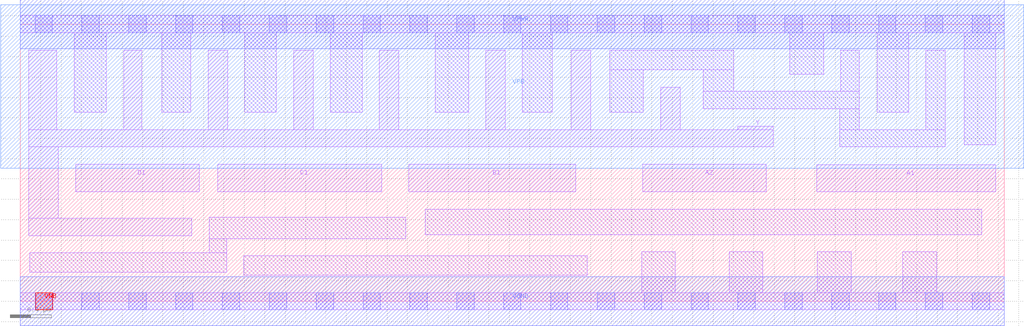
<source format=lef>
# Copyright 2020 The SkyWater PDK Authors
#
# Licensed under the Apache License, Version 2.0 (the "License");
# you may not use this file except in compliance with the License.
# You may obtain a copy of the License at
#
#     https://www.apache.org/licenses/LICENSE-2.0
#
# Unless required by applicable law or agreed to in writing, software
# distributed under the License is distributed on an "AS IS" BASIS,
# WITHOUT WARRANTIES OR CONDITIONS OF ANY KIND, either express or implied.
# See the License for the specific language governing permissions and
# limitations under the License.
#
# SPDX-License-Identifier: Apache-2.0

VERSION 5.7 ;
  NOWIREEXTENSIONATPIN ON ;
  DIVIDERCHAR "/" ;
  BUSBITCHARS "[]" ;
MACRO sky130_fd_sc_hd__o2111ai_4
  CLASS CORE ;
  FOREIGN sky130_fd_sc_hd__o2111ai_4 ;
  ORIGIN  0.000000  0.000000 ;
  SIZE  9.660000 BY  2.720000 ;
  SYMMETRY X Y R90 ;
  SITE unithd ;
  PIN A1
    ANTENNAGATEAREA  0.990000 ;
    DIRECTION INPUT ;
    USE SIGNAL ;
    PORT
      LAYER li1 ;
        RECT 7.820000 1.075000 9.575000 1.340000 ;
    END
  END A1
  PIN A2
    ANTENNAGATEAREA  0.990000 ;
    DIRECTION INPUT ;
    USE SIGNAL ;
    PORT
      LAYER li1 ;
        RECT 6.110000 1.075000 7.325000 1.345000 ;
    END
  END A2
  PIN B1
    ANTENNAGATEAREA  0.990000 ;
    DIRECTION INPUT ;
    USE SIGNAL ;
    PORT
      LAYER li1 ;
        RECT 3.815000 1.075000 5.455000 1.345000 ;
    END
  END B1
  PIN C1
    ANTENNAGATEAREA  0.990000 ;
    DIRECTION INPUT ;
    USE SIGNAL ;
    PORT
      LAYER li1 ;
        RECT 1.940000 1.075000 3.550000 1.345000 ;
    END
  END C1
  PIN D1
    ANTENNAGATEAREA  0.990000 ;
    DIRECTION INPUT ;
    USE SIGNAL ;
    PORT
      LAYER li1 ;
        RECT 0.545000 1.075000 1.755000 1.345000 ;
    END
  END D1
  PIN VNB
    PORT
      LAYER pwell ;
        RECT 0.150000 -0.085000 0.320000 0.085000 ;
    END
  END VNB
  PIN VPB
    PORT
      LAYER nwell ;
        RECT -0.190000 1.305000 9.850000 2.910000 ;
    END
  END VPB
  PIN Y
    ANTENNADIFFAREA  2.984350 ;
    DIRECTION OUTPUT ;
    USE SIGNAL ;
    PORT
      LAYER li1 ;
        RECT 0.085000 0.645000 1.685000 0.815000 ;
        RECT 0.085000 0.815000 0.375000 1.515000 ;
        RECT 0.085000 1.515000 7.390000 1.685000 ;
        RECT 0.085000 1.685000 0.360000 2.465000 ;
        RECT 1.015000 1.685000 1.195000 2.465000 ;
        RECT 1.845000 1.685000 2.035000 2.465000 ;
        RECT 2.685000 1.685000 2.875000 2.465000 ;
        RECT 3.525000 1.685000 3.715000 2.465000 ;
        RECT 4.570000 1.685000 4.760000 2.465000 ;
        RECT 5.410000 1.685000 5.600000 2.465000 ;
        RECT 6.285000 1.685000 6.480000 2.100000 ;
        RECT 7.045000 1.685000 7.390000 1.720000 ;
    END
  END Y
  PIN VGND
    DIRECTION INOUT ;
    SHAPE ABUTMENT ;
    USE GROUND ;
    PORT
      LAYER met1 ;
        RECT 0.000000 -0.240000 9.660000 0.240000 ;
    END
  END VGND
  PIN VPWR
    DIRECTION INOUT ;
    SHAPE ABUTMENT ;
    USE POWER ;
    PORT
      LAYER met1 ;
        RECT 0.000000 2.480000 9.660000 2.960000 ;
    END
  END VPWR
  OBS
    LAYER li1 ;
      RECT 0.000000 -0.085000 9.660000 0.085000 ;
      RECT 0.000000  2.635000 9.660000 2.805000 ;
      RECT 0.095000  0.285000 2.025000 0.475000 ;
      RECT 0.530000  1.855000 0.845000 2.635000 ;
      RECT 1.390000  1.855000 1.675000 2.635000 ;
      RECT 1.855000  0.475000 2.025000 0.615000 ;
      RECT 1.855000  0.615000 3.785000 0.825000 ;
      RECT 2.195000  0.255000 5.565000 0.445000 ;
      RECT 2.205000  1.855000 2.515000 2.635000 ;
      RECT 3.045000  1.855000 3.355000 2.635000 ;
      RECT 3.975000  0.655000 9.440000 0.905000 ;
      RECT 4.075000  1.855000 4.400000 2.635000 ;
      RECT 4.930000  1.855000 5.220000 2.635000 ;
      RECT 5.785000  1.855000 6.115000 2.270000 ;
      RECT 5.785000  2.270000 7.005000 2.465000 ;
      RECT 6.100000  0.085000 6.430000 0.485000 ;
      RECT 6.705000  1.890000 8.235000 2.060000 ;
      RECT 6.705000  2.060000 7.005000 2.270000 ;
      RECT 6.960000  0.085000 7.290000 0.485000 ;
      RECT 7.555000  2.230000 7.885000 2.635000 ;
      RECT 7.825000  0.085000 8.155000 0.485000 ;
      RECT 8.045000  1.515000 9.080000 1.685000 ;
      RECT 8.045000  1.685000 8.235000 1.890000 ;
      RECT 8.055000  2.060000 8.235000 2.465000 ;
      RECT 8.410000  1.855000 8.720000 2.635000 ;
      RECT 8.665000  0.085000 8.995000 0.485000 ;
      RECT 8.890000  1.685000 9.080000 2.465000 ;
      RECT 9.265000  1.535000 9.575000 2.635000 ;
    LAYER mcon ;
      RECT 0.145000 -0.085000 0.315000 0.085000 ;
      RECT 0.145000  2.635000 0.315000 2.805000 ;
      RECT 0.605000 -0.085000 0.775000 0.085000 ;
      RECT 0.605000  2.635000 0.775000 2.805000 ;
      RECT 1.065000 -0.085000 1.235000 0.085000 ;
      RECT 1.065000  2.635000 1.235000 2.805000 ;
      RECT 1.525000 -0.085000 1.695000 0.085000 ;
      RECT 1.525000  2.635000 1.695000 2.805000 ;
      RECT 1.985000 -0.085000 2.155000 0.085000 ;
      RECT 1.985000  2.635000 2.155000 2.805000 ;
      RECT 2.445000 -0.085000 2.615000 0.085000 ;
      RECT 2.445000  2.635000 2.615000 2.805000 ;
      RECT 2.905000 -0.085000 3.075000 0.085000 ;
      RECT 2.905000  2.635000 3.075000 2.805000 ;
      RECT 3.365000 -0.085000 3.535000 0.085000 ;
      RECT 3.365000  2.635000 3.535000 2.805000 ;
      RECT 3.825000 -0.085000 3.995000 0.085000 ;
      RECT 3.825000  2.635000 3.995000 2.805000 ;
      RECT 4.285000 -0.085000 4.455000 0.085000 ;
      RECT 4.285000  2.635000 4.455000 2.805000 ;
      RECT 4.745000 -0.085000 4.915000 0.085000 ;
      RECT 4.745000  2.635000 4.915000 2.805000 ;
      RECT 5.205000 -0.085000 5.375000 0.085000 ;
      RECT 5.205000  2.635000 5.375000 2.805000 ;
      RECT 5.665000 -0.085000 5.835000 0.085000 ;
      RECT 5.665000  2.635000 5.835000 2.805000 ;
      RECT 6.125000 -0.085000 6.295000 0.085000 ;
      RECT 6.125000  2.635000 6.295000 2.805000 ;
      RECT 6.585000 -0.085000 6.755000 0.085000 ;
      RECT 6.585000  2.635000 6.755000 2.805000 ;
      RECT 7.045000 -0.085000 7.215000 0.085000 ;
      RECT 7.045000  2.635000 7.215000 2.805000 ;
      RECT 7.505000 -0.085000 7.675000 0.085000 ;
      RECT 7.505000  2.635000 7.675000 2.805000 ;
      RECT 7.965000 -0.085000 8.135000 0.085000 ;
      RECT 7.965000  2.635000 8.135000 2.805000 ;
      RECT 8.425000 -0.085000 8.595000 0.085000 ;
      RECT 8.425000  2.635000 8.595000 2.805000 ;
      RECT 8.885000 -0.085000 9.055000 0.085000 ;
      RECT 8.885000  2.635000 9.055000 2.805000 ;
      RECT 9.345000 -0.085000 9.515000 0.085000 ;
      RECT 9.345000  2.635000 9.515000 2.805000 ;
  END
END sky130_fd_sc_hd__o2111ai_4
END LIBRARY

</source>
